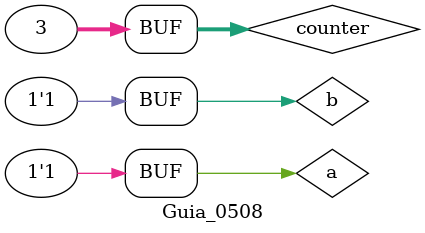
<source format=v>

module QUESTAO(output s2, input a, input b); // (a'+b')' => a.b
	wire semi;
	nand sem(semi, a, b);
	nand resultado(s2, semi, semi);
endmodule

module Guia_0508;

	integer counter;
	reg a, b;
	wire s;
	QUESTAO nd(.s2(s), .a(a), .b(b));

	initial begin:main;
		a=0; b=0; counter = 0;
		$display("Guia_05 - Questao 8");
		$display("Tabela verdade da expressao (a'+b')' (equivalente a \"a.b\")");
		$display("m | a b | s");
		$monitor("%0d | %b %b | %b", counter, a,b,s);
#1 b=1; counter++;
#1 b=0; a=1; counter++;
#1 b=1; counter++;
	end
endmodule

</source>
